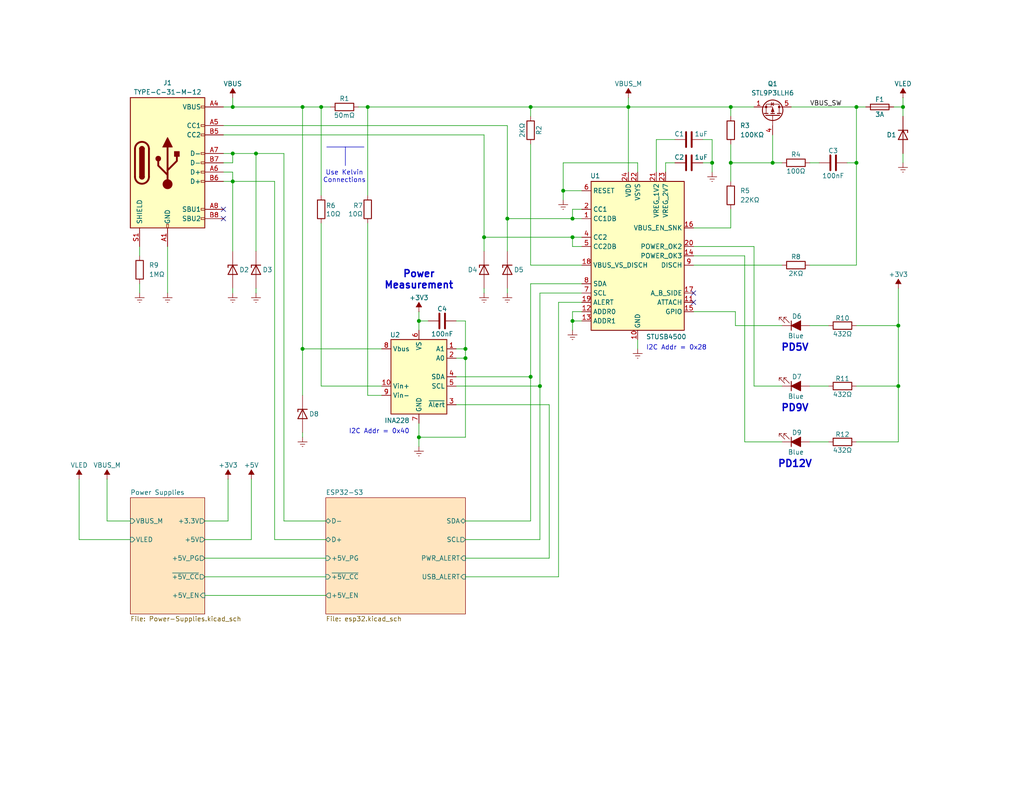
<source format=kicad_sch>
(kicad_sch (version 20250114) (generator "eeschema") (generator_version "9.0")
  (paper "A")
  (title_block (title "ESPHome Parking Assistant") (date "02/20/2025") (rev "B") (company "Mike Lawrence"))
  (lib_symbols
    (symbol "Connector:USB_C_Receptacle_USB2.0_16P" (pin_names (offset 1.016))
      (property "Reference" "J1" (at 0 21.844 0))
      (property "Value" "TYPE-C-31-M-12" (at 0 19.304 0))
      (symbol "USB_C_Receptacle_USB2.0_16P_0_0"
        (rectangle (start -0.254 -17.78) (end 0.254 -16.764))
        (rectangle (start 10.16 15.494) (end 9.144 14.986))
        (rectangle (start 10.16 10.414) (end 9.144 9.906))
        (rectangle (start 10.16 7.874) (end 9.144 7.366))
        (rectangle (start 10.16 2.794) (end 9.144 2.286))
        (rectangle (start 10.16 0.254) (end 9.144 -0.254))
        (rectangle (start 10.16 -2.286) (end 9.144 -2.794))
        (rectangle (start 10.16 -4.826) (end 9.144 -5.334))
        (rectangle (start 10.16 -12.446) (end 9.144 -12.954))
        (rectangle (start 10.16 -14.986) (end 9.144 -15.494))
      )
      (symbol "USB_C_Receptacle_USB2.0_16P_0_1"
        (rectangle (start -10.16 17.78) (end 10.16 -17.78) (stroke (width 0.254)) (fill (type background)))
        (polyline (pts (xy -8.89 -3.81) (xy -8.89 3.81)) (stroke (width 0.508)))
        (rectangle (start -7.62 -3.81) (end -6.35 3.81) (stroke (width 0.254)) (fill (type outline)))
        (arc (start -7.62 3.81) (mid -6.985 4.4423) (end -6.35 3.81) (stroke (width 0.254)))
        (arc (start -7.62 3.81) (mid -6.985 4.4423) (end -6.35 3.81) (stroke (width 0.254)) (fill (type outline)))
        (arc (start -8.89 3.81) (mid -6.985 5.7067) (end -5.08 3.81) (stroke (width 0.508)))
        (arc (start -5.08 -3.81) (mid -6.985 -5.7067) (end -8.89 -3.81) (stroke (width 0.508)))
        (arc (start -6.35 -3.81) (mid -6.985 -4.4423) (end -7.62 -3.81) (stroke (width 0.254)))
        (arc (start -6.35 -3.81) (mid -6.985 -4.4423) (end -7.62 -3.81) (stroke (width 0.254)) (fill (type outline)))
        (polyline (pts (xy -5.08 3.81) (xy -5.08 -3.81)) (stroke (width 0.508)))
        (circle (center -2.54 1.143) (radius 0.635) (stroke (width 0.254)) (fill (type outline)))
        (polyline (pts (xy -1.27 4.318) (xy 0 6.858) (xy 1.27 4.318) (xy -1.27 4.318)) (stroke (width 0.254)) (fill (type outline)))
        (polyline (pts (xy 0 -2.032) (xy 2.54 0.508) (xy 2.54 1.778)) (stroke (width 0.508)))
        (polyline (pts (xy 0 -3.302) (xy -2.54 -0.762) (xy -2.54 0.508)) (stroke (width 0.508)))
        (polyline (pts (xy 0 -5.842) (xy 0 4.318)) (stroke (width 0.508)))
        (circle (center 0 -5.842) (radius 1.27) (fill (type outline)))
        (rectangle (start 1.905 1.778) (end 3.175 3.048) (stroke (width 0.254)) (fill (type outline)))
      )
      (symbol "USB_C_Receptacle_USB2.0_16P_1_1"
        (pin passive line (at -7.62 -22.86 90) (length 5.08) (name "SHIELD") (number "S1"))
        (pin power_out line (at 0 -22.86 90) (length 5.08) (name "GND") (number "A1"))
        (pin passive line (at 0 -22.86 90) (length 5.08) (hide yes) (name "GND") (number "A12"))
        (pin passive line (at 0 -22.86 90) (length 5.08) (hide yes) (name "GND") (number "B1"))
        (pin passive line (at 0 -22.86 90) (length 5.08) (hide yes) (name "GND") (number "B12"))
        (pin power_out line (at 15.24 15.24 180) (length 5.08) (name "VBUS") (number "A4"))
        (pin passive line (at 15.24 15.24 180) (length 5.08) (hide yes) (name "VBUS") (number "A9"))
        (pin passive line (at 15.24 15.24 180) (length 5.08) (hide yes) (name "VBUS") (number "B4"))
        (pin passive line (at 15.24 15.24 180) (length 5.08) (hide yes) (name "VBUS") (number "B9"))
        (pin bidirectional line (at 15.24 10.16 180) (length 5.08) (name "CC1") (number "A5"))
        (pin bidirectional line (at 15.24 7.62 180) (length 5.08) (name "CC2") (number "B5"))
        (pin bidirectional line (at 15.24 2.54 180) (length 5.08) (name "D-") (number "A7"))
        (pin bidirectional line (at 15.24 0 180) (length 5.08) (name "D-") (number "B7"))
        (pin bidirectional line (at 15.24 -2.54 180) (length 5.08) (name "D+") (number "A6"))
        (pin bidirectional line (at 15.24 -5.08 180) (length 5.08) (name "D+") (number "B6"))
        (pin bidirectional line (at 15.24 -12.7 180) (length 5.08) (name "SBU1") (number "A8"))
        (pin bidirectional line (at 15.24 -15.24 180) (length 5.08) (name "SBU2") (number "B8"))
      )
    )
    (symbol "Device:C" (pin_numbers (hide yes)) (pin_names (offset 0.254))
      (property "Reference" "C" (at 0.635 2.54 0))
      (property "Value" "C" (at 0.635 -2.54 0))
      (symbol "C_0_1"
        (polyline (pts (xy -2.032 0.762) (xy 2.032 0.762)) (stroke (width 0.508)))
        (polyline (pts (xy -2.032 -0.762) (xy 2.032 -0.762)) (stroke (width 0.508)))
      )
      (symbol "C_1_1"
        (pin passive line (at 0 3.81 270) (length 2.794) (name "~") (number "1"))
        (pin passive line (at 0 -3.81 90) (length 2.794) (name "~") (number "2"))
      )
    )
    (symbol "Device:Fuse" (pin_numbers (hide yes)) (pin_names (offset 0))
      (property "Reference" "F" (at 2.032 0 90))
      (property "Value" "Fuse" (at -1.905 0 90))
      (symbol "Fuse_0_1"
        (rectangle (start -0.762 -2.54) (end 0.762 2.54) (stroke (width 0.254)))
        (polyline (pts (xy 0 2.54) (xy 0 -2.54)))
      )
      (symbol "Fuse_1_1"
        (pin passive line (at 0 3.81 270) (length 1.27) (name "~") (number "1"))
        (pin passive line (at 0 -3.81 90) (length 1.27) (name "~") (number "2"))
      )
    )
    (symbol "Device:LED_Filled" (pin_numbers (hide yes)) (pin_names (offset 1.016) (hide yes))
      (property "Reference" "D" (at 0 2.54 0))
      (property "Value" "LED_Filled" (at 0 -2.54 0))
      (symbol "LED_Filled_0_1"
        (polyline (pts (xy -3.048 -0.762) (xy -4.572 -2.286) (xy -3.81 -2.286) (xy -4.572 -2.286) (xy -4.572 -1.524)))
        (polyline (pts (xy -1.778 -0.762) (xy -3.302 -2.286) (xy -2.54 -2.286) (xy -3.302 -2.286) (xy -3.302 -1.524)))
        (polyline (pts (xy -1.27 0) (xy 1.27 0)))
        (polyline (pts (xy -1.27 -1.27) (xy -1.27 1.27)) (stroke (width 0.254)))
        (polyline (pts (xy 1.27 -1.27) (xy 1.27 1.27) (xy -1.27 0) (xy 1.27 -1.27)) (stroke (width 0.254)) (fill (type outline)))
      )
      (symbol "LED_Filled_1_1"
        (pin passive line (at -3.81 0 0) (length 2.54) (name "K") (number "1"))
        (pin passive line (at 3.81 0 180) (length 2.54) (name "A") (number "2"))
      )
    )
    (symbol "Device:R" (pin_numbers (hide yes)) (pin_names (offset 0))
      (property "Reference" "R" (at 2.032 0 90))
      (property "Value" "R" (at 0 0 90))
      (symbol "R_0_1"
        (rectangle (start -1.016 -2.54) (end 1.016 2.54) (stroke (width 0.254)))
      )
      (symbol "R_1_1"
        (pin passive line (at 0 3.81 270) (length 1.27) (name "~") (number "1"))
        (pin passive line (at 0 -3.81 90) (length 1.27) (name "~") (number "2"))
      )
    )
    (symbol "ESDA25P35-1U1M:ESDA25P35-1U1M" (pin_numbers (hide yes)) (pin_names (offset 1.016))
      (property "Reference" "D" (at -5.0835 2.4159 0))
      (property "Value" "ESDA25P35-1U1M" (at -5.0854 -4.9611 0))
      (symbol "ESDA25P35-1U1M_0_0"
        (polyline (pts (xy -1.27 0) (xy -1.27 1.27)) (stroke (width 0.254)))
        (polyline (pts (xy -1.27 0) (xy 1.27 -1.27)) (stroke (width 0.254)))
        (polyline (pts (xy -1.27 -1.27) (xy -1.27 0)) (stroke (width 0.254)))
        (polyline (pts (xy -0.635 -1.27) (xy -1.27 -1.27)) (stroke (width 0.254)))
        (polyline (pts (xy 1.27 1.27) (xy -1.27 0)) (stroke (width 0.254)))
        (polyline (pts (xy 1.27 -1.27) (xy 1.27 1.27)) (stroke (width 0.254)))
        (pin passive line (at -5.08 0 0) (length 5.08) (name "~") (number "C"))
        (pin passive line (at 5.08 0 180) (length 5.08) (name "~") (number "A"))
      )
    )
    (symbol "Interface_USB:STUSB4500QTR"
      (property "Reference" "U4" (at -12.954 21.844 0))
      (property "Value" "STUSB4500" (at 2.286 -22.098 0))
      (symbol "STUSB4500QTR_0_1"
        (rectangle (start -12.7 20.32) (end 12.7 -20.32) (stroke (width 0.254)) (fill (type background)))
      )
      (symbol "STUSB4500QTR_1_1"
        (pin input line (at -15.24 17.78 0) (length 2.54) (name "RESET") (number "6"))
        (pin bidirectional line (at -15.24 12.7 0) (length 2.54) (name "CC1") (number "2"))
        (pin bidirectional line (at -15.24 10.16 0) (length 2.54) (name "CC1DB") (number "1"))
        (pin bidirectional line (at -15.24 5.08 0) (length 2.54) (name "CC2") (number "4"))
        (pin bidirectional line (at -15.24 2.54 0) (length 2.54) (name "CC2DB") (number "5"))
        (pin input line (at -15.24 -2.54 0) (length 2.54) (name "VBUS_VS_DISCH") (number "18"))
        (pin bidirectional line (at -15.24 -7.62 0) (length 2.54) (name "SDA") (number "8"))
        (pin input line (at -15.24 -10.16 0) (length 2.54) (name "SCL") (number "7"))
        (pin open_collector line (at -15.24 -12.7 0) (length 2.54) (name "ALERT") (number "19"))
        (pin input line (at -15.24 -15.24 0) (length 2.54) (name "ADDR0") (number "12"))
        (pin input line (at -15.24 -17.78 0) (length 2.54) (name "ADDR1") (number "13"))
        (pin no_connect line (at -12.7 15.24 0) (length 2.54) (hide yes) (name "NC") (number "3"))
        (pin power_in line (at -2.54 22.86 270) (length 2.54) (name "VDD") (number "24"))
        (pin power_in line (at 0 22.86 270) (length 2.54) (name "VSYS") (number "22"))
        (pin power_in line (at 0 -22.86 90) (length 2.54) (name "GND") (number "10"))
        (pin passive line (at 0 -22.86 90) (length 2.54) (hide yes) (name "GND") (number "25"))
        (pin power_out line (at 5.08 22.86 270) (length 2.54) (name "VREG_1V2") (number "21"))
        (pin power_out line (at 7.62 22.86 270) (length 2.54) (name "VREG_2V7") (number "23"))
        (pin open_collector line (at 15.24 7.62 180) (length 2.54) (name "VBUS_EN_SNK") (number "16"))
        (pin open_collector line (at 15.24 2.54 180) (length 2.54) (name "POWER_OK2") (number "20"))
        (pin open_collector line (at 15.24 0 180) (length 2.54) (name "POWER_OK3") (number "14"))
        (pin bidirectional line (at 15.24 -2.54 180) (length 2.54) (name "DISCH") (number "9"))
        (pin open_collector line (at 15.24 -10.16 180) (length 2.54) (name "A_B_SIDE") (number "17"))
        (pin open_collector line (at 15.24 -12.7 180) (length 2.54) (name "ATTACH") (number "11"))
        (pin open_collector line (at 15.24 -15.24 180) (length 2.54) (name "GPIO") (number "15"))
      )
    )
    (symbol "Sensor_Energy:INA228"
      (property "Reference" "U" (at -6.35 11.43 0))
      (property "Value" "INA228" (at 3.81 11.43 0))
      (symbol "INA228_0_1"
        (rectangle (start 7.62 10.16) (end -7.62 -10.16) (stroke (width 0.254)) (fill (type background)))
      )
      (symbol "INA228_1_1"
        (pin input line (at -10.16 7.62 0) (length 2.54) (name "Vbus") (number "8"))
        (pin input line (at -10.16 -2.54 0) (length 2.54) (name "Vin+") (number "10"))
        (pin input line (at -10.16 -5.08 0) (length 2.54) (name "Vin-") (number "9"))
        (pin power_in line (at 0 12.7 270) (length 2.54) (name "VS") (number "6"))
        (pin power_in line (at 0 -12.7 90) (length 2.54) (name "GND") (number "7"))
        (pin input line (at 10.16 7.62 180) (length 2.54) (name "A1") (number "1"))
        (pin input line (at 10.16 5.08 180) (length 2.54) (name "A0") (number "2"))
        (pin bidirectional line (at 10.16 0 180) (length 2.54) (name "SDA") (number "4"))
        (pin input line (at 10.16 -2.54 180) (length 2.54) (name "SCL") (number "5"))
        (pin open_collector line (at 10.16 -7.62 180) (length 2.54) (name "~{Alert}") (number "3"))
      )
    )
    (symbol "Transistor_FET:IRF7404" (pin_names (hide yes))
      (property "Reference" "Q1" (at 8.89 0 90))
      (property "Value" "STL9P3LLH6" (at 6.35 0 90))
      (symbol "IRF7404_0_1"
        (polyline (pts (xy 0.254 1.905) (xy 0.254 -1.905)) (stroke (width 0.254)))
        (polyline (pts (xy 0.254 0) (xy -2.54 0)))
        (polyline (pts (xy 0.762 2.286) (xy 0.762 1.27)) (stroke (width 0.254)))
        (polyline (pts (xy 0.762 1.778) (xy 3.302 1.778) (xy 3.302 -1.778) (xy 0.762 -1.778)))
        (polyline (pts (xy 0.762 0.508) (xy 0.762 -0.508)) (stroke (width 0.254)))
        (polyline (pts (xy 0.762 -1.27) (xy 0.762 -2.286)) (stroke (width 0.254)))
        (circle (center 1.651 0) (radius 2.794) (stroke (width 0.254)))
        (polyline (pts (xy 2.286 0) (xy 1.27 0.381) (xy 1.27 -0.381) (xy 2.286 0)) (fill (type outline)))
        (polyline (pts (xy 2.54 2.54) (xy 2.54 1.778)))
        (circle (center 2.54 1.778) (radius 0.254) (fill (type outline)))
        (circle (center 2.54 -1.778) (radius 0.254) (fill (type outline)))
        (polyline (pts (xy 2.54 -2.54) (xy 2.54 0) (xy 0.762 0)))
        (polyline (pts (xy 2.794 -0.508) (xy 2.921 -0.381) (xy 3.683 -0.381) (xy 3.81 -0.254)))
        (polyline (pts (xy 3.302 -0.381) (xy 2.921 0.254) (xy 3.683 0.254) (xy 3.302 -0.381)))
      )
      (symbol "IRF7404_1_1"
        (pin passive line (at -5.08 0 0) (length 2.54) (name "G") (number "4"))
        (pin passive line (at 2.54 5.08 270) (length 2.54) (name "D") (number "5"))
        (pin passive line (at 2.54 -5.08 90) (length 2.54) (name "S") (number "1"))
        (pin passive line (at 2.54 -5.08 90) (length 2.54) (hide yes) (name "S") (number "2"))
        (pin passive line (at 2.54 -5.08 90) (length 2.54) (hide yes) (name "S") (number "3"))
      )
    )
    (symbol "power-ML:GND" (power) (pin_names (offset 0))
      (symbol "GND_0_1"
        (polyline (pts (xy -0.635 -1.905) (xy 0.635 -1.905)))
        (polyline (pts (xy -0.127 -2.54) (xy 0.127 -2.54)))
        (polyline (pts (xy 0 -1.27) (xy 0 0)))
        (polyline (pts (xy 1.27 -1.27) (xy -1.27 -1.27)))
      )
      (symbol "GND_1_1"
        (pin power_in line (at 0 0 270) (length 0) (hide yes) (name "GND") (number "1"))
      )
    )
    (symbol "power:VS" (power) (pin_numbers (hide yes)) (pin_names (offset 0) (hide yes))
      (property "Value" "VS" (at 0 3.556 0))
      (symbol "VS_0_1"
        (polyline (pts (xy 0 0) (xy 0 2.54)))
        (polyline (pts (xy 0.762 1.27) (xy -0.762 1.27) (xy 0 2.54) (xy 0.762 1.27)) (fill (type outline)))
      )
      (symbol "VS_1_1"
        (pin power_in line (at 0 0 90) (length 0) (name "~") (number "1"))
      )
    )
  )
  (text "PD9V" (at 216.916 111.506 0) (effects (font (size 1.905 1.905) (thickness 0.381) (bold yes))))
  (text "I2C Addr = 0x40" (at 111.76 117.856 0) (effects (font (size 1.27 1.27) (thickness 0.1588)) (justify right)))
  (text "Use Kelvin\nConnections" (at 93.98 48.26 0) (effects (font (size 1.27 1.27))))
  (text "PD5V" (at 216.916 94.996 0) (effects (font (size 1.905 1.905) (thickness 0.381) (bold yes))))
  (text "PD12V" (at 216.916 126.746 0) (effects (font (size 1.905 1.905) (thickness 0.381) (bold yes))))
  (text "Power\nMeasurement" (at 114.3 76.454 0) (effects (font (size 1.905 1.905) (thickness 0.381) (bold yes))))
  (text "I2C Addr = 0x28" (at 176.276 94.996 0) (effects (font (size 1.27 1.27) (thickness 0.1588)) (justify left)))
  (junction (at 210.82 44.45))
  (junction (at 144.78 102.87))
  (junction (at 153.67 52.07))
  (junction (at 138.43 59.69))
  (junction (at 114.3 87.63))
  (junction (at 132.08 64.77))
  (junction (at 69.85 41.91))
  (junction (at 87.63 29.21))
  (junction (at 147.32 105.41))
  (junction (at 82.55 95.25))
  (junction (at 156.21 64.77))
  (junction (at 127 97.79))
  (junction (at 144.78 29.21))
  (junction (at 233.68 44.45))
  (junction (at 246.38 29.21))
  (junction (at 156.21 59.69))
  (junction (at 245.11 88.9))
  (junction (at 127 95.25))
  (junction (at 245.11 105.41))
  (junction (at 63.5 41.91))
  (junction (at 233.68 29.21))
  (junction (at 171.45 29.21))
  (junction (at 100.33 29.21))
  (junction (at 199.39 44.45))
  (junction (at 63.5 29.21))
  (junction (at 63.5 49.53))
  (junction (at 156.21 87.63))
  (junction (at 82.55 29.21))
  (junction (at 114.3 119.38))
  (junction (at 194.31 44.45))
  (junction (at 199.39 29.21))
  (no_connect (at 189.23 82.55))
  (no_connect (at 60.96 57.15))
  (no_connect (at 189.23 80.01))
  (no_connect (at 60.96 59.69))
  (wire (pts (xy 205.74 67.31) (xy 205.74 105.41)))
  (wire (pts (xy 114.3 119.38) (xy 114.3 121.92)))
  (wire (pts (xy 132.08 64.77) (xy 156.21 64.77)))
  (wire (pts (xy 156.21 59.69) (xy 158.75 59.69)))
  (wire (pts (xy 114.3 87.63) (xy 114.3 90.17)))
  (wire (pts (xy 245.11 78.74) (xy 245.11 88.9)))
  (wire (pts (xy 156.21 87.63) (xy 156.21 90.17)))
  (wire (pts (xy 60.96 29.21) (xy 63.5 29.21)))
  (wire (pts (xy 82.55 118.11) (xy 82.55 119.38)))
  (wire (pts (xy 153.67 52.07) (xy 158.75 52.07)))
  (wire (pts (xy 38.1 67.31) (xy 38.1 69.85)))
  (wire (pts (xy 181.61 44.45) (xy 184.15 44.45)))
  (wire (pts (xy 179.07 38.1) (xy 179.07 46.99)))
  (wire (pts (xy 38.1 77.47) (xy 38.1 80.01)))
  (wire (pts (xy 87.63 29.21) (xy 90.17 29.21)))
  (wire (pts (xy 87.63 53.34) (xy 87.63 29.21)))
  (wire (pts (xy 233.68 105.41) (xy 245.11 105.41)))
  (wire (pts (xy 243.84 29.21) (xy 246.38 29.21)))
  (wire (pts (xy 156.21 87.63) (xy 158.75 87.63)))
  (wire (pts (xy 246.38 41.91) (xy 246.38 44.45)))
  (wire (pts (xy 147.32 80.01) (xy 158.75 80.01)))
  (wire (pts (xy 203.2 120.65) (xy 213.36 120.65)))
  (wire (pts (xy 55.88 142.24) (xy 62.23 142.24)))
  (wire (pts (xy 124.46 97.79) (xy 127 97.79)))
  (wire (pts (xy 97.79 29.21) (xy 100.33 29.21)))
  (wire (pts (xy 138.43 34.29) (xy 138.43 59.69)))
  (wire (pts (xy 189.23 62.23) (xy 199.39 62.23)))
  (wire (pts (xy 124.46 102.87) (xy 144.78 102.87)))
  (wire (pts (xy 205.74 67.31) (xy 189.23 67.31)))
  (wire (pts (xy 156.21 85.09) (xy 156.21 87.63)))
  (wire (pts (xy 35.56 147.32) (xy 21.59 147.32)))
  (wire (pts (xy 100.33 107.95) (xy 100.33 60.96)))
  (wire (pts (xy 194.31 44.45) (xy 194.31 38.1)))
  (wire (pts (xy 138.43 59.69) (xy 156.21 59.69)))
  (wire (pts (xy 69.85 78.74) (xy 69.85 80.01)))
  (wire (pts (xy 147.32 80.01) (xy 147.32 105.41)))
  (wire (pts (xy 127 87.63) (xy 127 95.25)))
  (wire (pts (xy 82.55 95.25) (xy 104.14 95.25)))
  (wire (pts (xy 82.55 95.25) (xy 82.55 107.95)))
  (wire (pts (xy 60.96 46.99) (xy 63.5 46.99)))
  (wire (pts (xy 144.78 39.37) (xy 144.78 72.39)))
  (wire (pts (xy 220.98 44.45) (xy 223.52 44.45)))
  (wire (pts (xy 226.06 88.9) (xy 220.98 88.9)))
  (wire (pts (xy 233.68 29.21) (xy 236.22 29.21)))
  (wire (pts (xy 55.88 162.56) (xy 88.9 162.56)))
  (wire (pts (xy 231.14 44.45) (xy 233.68 44.45)))
  (wire (pts (xy 60.96 36.83) (xy 132.08 36.83)))
  (wire (pts (xy 127 119.38) (xy 127 97.79)))
  (wire (pts (xy 60.96 34.29) (xy 138.43 34.29)))
  (wire (pts (xy 55.88 157.48) (xy 88.9 157.48)))
  (wire (pts (xy 181.61 46.99) (xy 181.61 44.45)))
  (wire (pts (xy 158.75 64.77) (xy 156.21 64.77)))
  (wire (pts (xy 173.99 44.45) (xy 153.67 44.45)))
  (wire (pts (xy 158.75 57.15) (xy 156.21 57.15)))
  (wire (pts (xy 199.39 62.23) (xy 199.39 57.15)))
  (wire (pts (xy 171.45 29.21) (xy 144.78 29.21)))
  (wire (pts (xy 74.93 147.32) (xy 74.93 49.53)))
  (wire (pts (xy 55.88 147.32) (xy 68.58 147.32)))
  (wire (pts (xy 69.85 68.58) (xy 69.85 41.91)))
  (wire (pts (xy 82.55 29.21) (xy 87.63 29.21)))
  (wire (pts (xy 60.96 44.45) (xy 63.5 44.45)))
  (wire (pts (xy 88.9 142.24) (xy 77.47 142.24)))
  (wire (pts (xy 124.46 95.25) (xy 127 95.25)))
  (wire (pts (xy 132.08 78.74) (xy 132.08 80.01)))
  (wire (pts (xy 132.08 36.83) (xy 132.08 64.77)))
  (wire (pts (xy 245.11 88.9) (xy 245.11 105.41)))
  (wire (pts (xy 156.21 67.31) (xy 158.75 67.31)))
  (wire (pts (xy 114.3 119.38) (xy 127 119.38)))
  (wire (pts (xy 189.23 72.39) (xy 213.36 72.39)))
  (polyline (pts (xy 94.234 45.212) (xy 94.234 40.132)))
  (wire (pts (xy 189.23 69.85) (xy 203.2 69.85)))
  (wire (pts (xy 138.43 59.69) (xy 138.43 68.58)))
  (wire (pts (xy 69.85 41.91) (xy 77.47 41.91)))
  (wire (pts (xy 153.67 52.07) (xy 153.67 54.61)))
  (wire (pts (xy 156.21 57.15) (xy 156.21 59.69)))
  (wire (pts (xy 200.66 88.9) (xy 213.36 88.9)))
  (wire (pts (xy 100.33 53.34) (xy 100.33 29.21)))
  (wire (pts (xy 215.9 29.21) (xy 233.68 29.21)))
  (wire (pts (xy 35.56 142.24) (xy 29.21 142.24)))
  (wire (pts (xy 114.3 85.09) (xy 114.3 87.63)))
  (wire (pts (xy 149.86 152.4) (xy 127 152.4)))
  (wire (pts (xy 124.46 87.63) (xy 127 87.63)))
  (wire (pts (xy 246.38 26.67) (xy 246.38 29.21)))
  (wire (pts (xy 127 147.32) (xy 147.32 147.32)))
  (wire (pts (xy 152.4 82.55) (xy 152.4 157.48)))
  (wire (pts (xy 158.75 85.09) (xy 156.21 85.09)))
  (wire (pts (xy 205.74 105.41) (xy 213.36 105.41)))
  (wire (pts (xy 184.15 38.1) (xy 179.07 38.1)))
  (wire (pts (xy 124.46 110.49) (xy 149.86 110.49)))
  (wire (pts (xy 127 95.25) (xy 127 97.79)))
  (wire (pts (xy 194.31 38.1) (xy 191.77 38.1)))
  (wire (pts (xy 63.5 46.99) (xy 63.5 49.53)))
  (wire (pts (xy 63.5 29.21) (xy 82.55 29.21)))
  (wire (pts (xy 233.68 120.65) (xy 245.11 120.65)))
  (wire (pts (xy 226.06 105.41) (xy 220.98 105.41)))
  (wire (pts (xy 210.82 44.45) (xy 213.36 44.45)))
  (wire (pts (xy 114.3 115.57) (xy 114.3 119.38)))
  (wire (pts (xy 226.06 120.65) (xy 220.98 120.65)))
  (wire (pts (xy 144.78 72.39) (xy 158.75 72.39)))
  (wire (pts (xy 149.86 110.49) (xy 149.86 152.4)))
  (wire (pts (xy 144.78 29.21) (xy 144.78 31.75)))
  (wire (pts (xy 147.32 105.41) (xy 147.32 147.32)))
  (wire (pts (xy 220.98 72.39) (xy 233.68 72.39)))
  (wire (pts (xy 152.4 157.48) (xy 127 157.48)))
  (wire (pts (xy 45.72 67.31) (xy 45.72 80.01)))
  (wire (pts (xy 100.33 29.21) (xy 144.78 29.21)))
  (wire (pts (xy 138.43 78.74) (xy 138.43 80.01)))
  (wire (pts (xy 153.67 44.45) (xy 153.67 52.07)))
  (wire (pts (xy 203.2 69.85) (xy 203.2 120.65)))
  (wire (pts (xy 200.66 85.09) (xy 200.66 88.9)))
  (wire (pts (xy 63.5 78.74) (xy 63.5 80.01)))
  (wire (pts (xy 87.63 105.41) (xy 87.63 60.96)))
  (wire (pts (xy 127 142.24) (xy 144.78 142.24)))
  (wire (pts (xy 104.14 105.41) (xy 87.63 105.41)))
  (wire (pts (xy 63.5 41.91) (xy 63.5 44.45)))
  (wire (pts (xy 194.31 44.45) (xy 194.31 46.99)))
  (wire (pts (xy 88.9 147.32) (xy 74.93 147.32)))
  (wire (pts (xy 210.82 36.83) (xy 210.82 44.45)))
  (wire (pts (xy 233.68 29.21) (xy 233.68 44.45)))
  (wire (pts (xy 60.96 49.53) (xy 63.5 49.53)))
  (wire (pts (xy 173.99 46.99) (xy 173.99 44.45)))
  (wire (pts (xy 233.68 44.45) (xy 233.68 72.39)))
  (wire (pts (xy 62.23 142.24) (xy 62.23 130.81)))
  (polyline (pts (xy 94.234 40.132) (xy 99.314 40.132)))
  (wire (pts (xy 233.68 88.9) (xy 245.11 88.9)))
  (wire (pts (xy 152.4 82.55) (xy 158.75 82.55)))
  (wire (pts (xy 173.99 92.71) (xy 173.99 95.25)))
  (wire (pts (xy 116.84 87.63) (xy 114.3 87.63)))
  (wire (pts (xy 144.78 102.87) (xy 144.78 142.24)))
  (wire (pts (xy 171.45 46.99) (xy 171.45 29.21)))
  (polyline (pts (xy 89.154 40.132) (xy 94.234 40.132)))
  (wire (pts (xy 124.46 105.41) (xy 147.32 105.41)))
  (wire (pts (xy 63.5 49.53) (xy 74.93 49.53)))
  (wire (pts (xy 156.21 64.77) (xy 156.21 67.31)))
  (wire (pts (xy 246.38 31.75) (xy 246.38 29.21)))
  (wire (pts (xy 191.77 44.45) (xy 194.31 44.45)))
  (wire (pts (xy 63.5 49.53) (xy 63.5 68.58)))
  (wire (pts (xy 68.58 130.81) (xy 68.58 147.32)))
  (wire (pts (xy 82.55 29.21) (xy 82.55 95.25)))
  (wire (pts (xy 199.39 44.45) (xy 199.39 49.53)))
  (wire (pts (xy 144.78 77.47) (xy 144.78 102.87)))
  (wire (pts (xy 171.45 29.21) (xy 199.39 29.21)))
  (wire (pts (xy 21.59 130.81) (xy 21.59 147.32)))
  (wire (pts (xy 144.78 77.47) (xy 158.75 77.47)))
  (wire (pts (xy 104.14 107.95) (xy 100.33 107.95)))
  (wire (pts (xy 245.11 120.65) (xy 245.11 105.41)))
  (wire (pts (xy 55.88 152.4) (xy 88.9 152.4)))
  (wire (pts (xy 189.23 85.09) (xy 200.66 85.09)))
  (wire (pts (xy 199.39 39.37) (xy 199.39 44.45)))
  (wire (pts (xy 63.5 26.67) (xy 63.5 29.21)))
  (wire (pts (xy 77.47 41.91) (xy 77.47 142.24)))
  (wire (pts (xy 171.45 26.67) (xy 171.45 29.21)))
  (wire (pts (xy 199.39 29.21) (xy 205.74 29.21)))
  (wire (pts (xy 69.85 41.91) (xy 63.5 41.91)))
  (wire (pts (xy 132.08 64.77) (xy 132.08 68.58)))
  (wire (pts (xy 29.21 130.81) (xy 29.21 142.24)))
  (wire (pts (xy 199.39 29.21) (xy 199.39 31.75)))
  (wire (pts (xy 199.39 44.45) (xy 210.82 44.45)))
  (wire (pts (xy 60.96 41.91) (xy 63.5 41.91)))
  (label "VBUS_SW" (at 220.98 29.21 0))
  (symbol (lib_id "power-ML:GND") (at 194.31 46.99 0) (unit 1)
    (property "Reference" "#PWR05" (effects (hide yes)))
    (property "Value" "GND" (effects (hide yes)))
  )
  (symbol (lib_id "power-ML:GND") (at 45.72 80.01 0) (unit 1)
    (property "Reference" "#PWR09" (effects (hide yes)))
    (property "Value" "GND" (effects (hide yes)))
  )
  (symbol (lib_id "power:VS") (at 245.11 78.74 0) (unit 1)
    (property "Reference" "#PWR07" (effects (hide yes)))
    (property "Value" "+3V3" (at 245.11 74.93 0))
    (property "Description" "Power symbol creates a global label with name \"VS\"" (effects (hide yes)))
  )
  (symbol (lib_id "Device:R") (at 217.17 44.45 90) (mirror x) (unit 1)
    (property "Reference" "R4" (at 217.17 42.164 90))
    (property "Value" "100Ω" (at 217.17 46.736 90))
    (property "Footprint" "Resistor_SMD:R_0402_1005Metric" (effects (hide yes)))
    (property "Description" "Resistor, 100Ω, 62.5mW, 1%, 0402" (effects (hide yes)))
    (property "Package" "0402" (effects (hide yes)))
    (property "Comment" "100 Resistor" (effects (hide yes)))
    (property "LCSC" "C25076" (effects (hide yes)))
  )
  (symbol (lib_id "Device:R") (at 87.63 57.15 0) (unit 1)
    (property "Reference" "R6" (at 88.9 56.134 0) (effects (justify left)))
    (property "Value" "10Ω" (at 88.9 58.42 0) (effects (justify left)))
    (property "Footprint" "Resistor_SMD:R_0402_1005Metric" (effects (hide yes)))
    (property "Description" "Resistor, 10Ω, 62.5mW, 1%, 0402" (effects (hide yes)))
    (property "Package" "0402" (effects (hide yes)))
    (property "Comment" "10R Resistor" (effects (hide yes)))
    (property "LCSC" "C25077" (effects (hide yes)))
  )
  (symbol (lib_id "Device:R") (at 100.33 57.15 0) (mirror y) (unit 1)
    (property "Reference" "R7" (at 99.06 56.134 0) (effects (justify left)))
    (property "Value" "10Ω" (at 99.06 58.42 0) (effects (justify left)))
    (property "Footprint" "Resistor_SMD:R_0402_1005Metric" (effects (hide yes)))
    (property "Description" "Resistor, 10Ω, 62.5mW, 1%, 0402" (effects (hide yes)))
    (property "Package" "0402" (effects (hide yes)))
    (property "Comment" "10R Resistor" (effects (hide yes)))
    (property "LCSC" "C25077" (effects (hide yes)))
  )
  (symbol (lib_id "Device:R") (at 229.87 105.41 90) (unit 1)
    (property "Reference" "R11" (at 229.87 103.378 90))
    (property "Value" "432Ω" (at 229.87 107.696 90))
    (property "Footprint" "Resistor_SMD:R_0402_1005Metric" (effects (hide yes)))
    (property "Description" "Resistor, 432Ω, 62.5mW, 1%, 0402" (effects (hide yes)))
    (property "Package" "0402" (effects (hide yes)))
    (property "Comment" "432R Resistor" (effects (hide yes)))
    (property "LCSC" "C25113" (effects (hide yes)))
  )
  (symbol (lib_id "power-ML:GND") (at 69.85 80.01 0) (unit 1)
    (property "Reference" "#PWR011" (effects (hide yes)))
    (property "Value" "GND" (effects (hide yes)))
  )
  (symbol (lib_id "power-ML:GND") (at 114.3 121.92 0) (mirror y) (unit 1)
    (property "Reference" "#PWR018" (effects (hide yes)))
    (property "Value" "GND" (effects (hide yes)))
  )
  (symbol (lib_id "ESDA25P35-1U1M:ESDA25P35-1U1M") (at 63.5 73.66 270) (unit 1)
    (property "Reference" "D2" (at 65.278 73.66 90) (effects (justify left)))
    (property "Value" "ESDA7P60-1U1M" (effects (hide yes)))
    (property "Footprint" "ESDA25P35-1U1M:TVS_ESDA25P35-1U1M" (effects (hide yes)))
    (property "Datasheet" "https://www.st.com/resource/en/datasheet/esda25p35-1u1m.pdf" (effects (hide yes)))
    (property "Description" "TVS, Unidirectional high power, QFN-2" (effects (hide yes)))
    (property "Manufacturer" "STMicroelectronics" (effects (hide yes)))
    (property "Part Number" "ESDA7P60-1U1M" (effects (hide yes)))
    (property "Package" "DFN1610-2" (effects (hide yes)))
    (property "Comment" "ESDA7P60-1U1M" (effects (hide yes)))
    (property "LCSC" "C1975146" (effects (hide yes)))
  )
  (symbol (lib_id "power:VS") (at 114.3 85.09 0) (mirror y) (unit 1)
    (property "Reference" "#PWR014" (effects (hide yes)))
    (property "Value" "+3V3" (at 114.3 81.28 0))
    (property "Description" "Power symbol creates a global label with name \"VS\"" (effects (hide yes)))
  )
  (symbol (lib_id "Device:R") (at 144.78 35.56 0) (mirror y) (unit 1)
    (property "Reference" "R2" (at 147.066 35.56 90))
    (property "Value" "2KΩ" (at 142.494 35.56 90))
    (property "Footprint" "Resistor_SMD:R_0402_1005Metric" (effects (hide yes)))
    (property "Description" "Resistor, 2KΩ, 62.5mW, 1%, 0402" (effects (hide yes)))
    (property "Package" "0402" (effects (hide yes)))
    (property "Comment" "2K Resistor" (effects (hide yes)))
    (property "LCSC" "C4109" (effects (hide yes)))
  )
  (symbol (lib_id "power-ML:GND") (at 38.1 80.01 0) (unit 1)
    (property "Reference" "#PWR08" (effects (hide yes)))
    (property "Value" "GND" (effects (hide yes)))
  )
  (symbol (lib_id "power-ML:GND") (at 153.67 54.61 0) (unit 1)
    (property "Reference" "#PWR06" (effects (hide yes)))
    (property "Value" "GND" (effects (hide yes)))
  )
  (symbol (lib_id "power-ML:GND") (at 63.5 80.01 0) (unit 1)
    (property "Reference" "#PWR010" (effects (hide yes)))
    (property "Value" "GND" (effects (hide yes)))
  )
  (symbol (lib_id "ESDA25P35-1U1M:ESDA25P35-1U1M") (at 132.08 73.66 270) (unit 1)
    (property "Reference" "D4" (at 130.302 73.66 90) (effects (justify right)))
    (property "Value" "ESDA25P35-1U1M" (effects (hide yes)))
    (property "Footprint" "ESDA25P35-1U1M:TVS_ESDA25P35-1U1M" (effects (hide yes)))
    (property "Datasheet" "https://www.st.com/resource/en/datasheet/esda25p35-1u1m.pdf" (effects (hide yes)))
    (property "Description" "TVS, Unidirectional high power, QFN-2" (effects (hide yes)))
    (property "Manufacturer" "STMicroelectronics" (effects (hide yes)))
    (property "Part Number" "ESDA25P35-1U1M" (effects (hide yes)))
    (property "Package" "DFN1610-2" (effects (hide yes)))
    (property "Comment" "ESDA25P35-1U1M" (effects (hide yes)))
    (property "LCSC" "C1974707" (effects (hide yes)))
  )
  (symbol (lib_id "power:VS") (at 246.38 26.67 0) (unit 1)
    (property "Reference" "#PWR03" (effects (hide yes)))
    (property "Value" "VLED" (at 246.38 22.86 0))
    (property "Description" "Power symbol creates a global label with name \"VS\"" (effects (hide yes)))
  )
  (symbol (lib_id "Device:R") (at 229.87 120.65 90) (unit 1)
    (property "Reference" "R12" (at 229.87 118.618 90))
    (property "Value" "432Ω" (at 229.87 122.936 90))
    (property "Footprint" "Resistor_SMD:R_0402_1005Metric" (effects (hide yes)))
    (property "Description" "Resistor, 432Ω, 62.5mW, 1%, 0402" (effects (hide yes)))
    (property "Package" "0402" (effects (hide yes)))
    (property "Comment" "432R Resistor" (effects (hide yes)))
    (property "LCSC" "C25113" (effects (hide yes)))
  )
  (symbol (lib_id "Device:LED_Filled") (at 217.17 88.9 0) (mirror x) (unit 1)
    (property "Reference" "D6" (at 217.424 86.36 0))
    (property "Value" "Blue" (at 217.17 91.694 0))
    (property "Footprint" "LED_SMD:LED_0603_1608Metric" (effects (hide yes)))
    (property "Description" "LED, Blue, 0603" (effects (hide yes)))
    (property "Part Number" "F.0603.00026/P2-0603B1TS2-06T-001 " (effects (hide yes)))
    (property "Package" "0603" (effects (hide yes)))
    (property "Comment" "LED, Blue, 0603" (effects (hide yes)))
    (property "Manufacturer" "Tuozhan" (effects (hide yes)))
    (property "LCSC" "C7496819" (effects (hide yes)))
  )
  (symbol (lib_id "Connector:USB_C_Receptacle_USB2.0_16P") (at 45.72 44.45 0) (unit 1)
    (property "Reference" "J1" (at 45.72 22.606 0))
    (property "Value" "TYPE-C-31-M-12" (at 45.72 25.146 0))
    (property "Footprint" "Connector_USB:USB_C_Receptacle_HRO_TYPE-C-31-M-12" (effects (hide yes)))
    (property "Datasheet" "https://www.usb.org/sites/default/files/documents/usb_type-c.zip" (effects (hide yes)))
    (property "Description" "Connector, USB 2.0, 16P, Type-C, Receptacle" (effects (hide yes)))
    (property "Manufacturer" "HRO" (effects (hide yes)))
    (property "Part Number" "TYPE-C-31-M-12" (effects (hide yes)))
    (property "Package" "SMD" (effects (hide yes)))
    (property "Comment" "TYPE-C-31-M-12" (effects (hide yes)))
    (property "LCSC" "C165948" (effects (hide yes)))
    (property "FT Position Offset" "0, 1.4605" (effects (hide yes)))
  )
  (symbol (lib_id "power:VS") (at 29.21 130.81 0) (unit 1)
    (property "Reference" "#PWR020" (effects (hide yes)))
    (property "Value" "VBUS_M" (at 29.21 127 0))
    (property "Description" "Power symbol creates a global label with name \"VS\"" (effects (hide yes)))
  )
  (symbol (lib_id "power-ML:GND") (at 173.99 95.25 0) (unit 1)
    (property "Reference" "#PWR016" (effects (hide yes)))
    (property "Value" "GND" (effects (hide yes)))
  )
  (symbol (lib_id "Device:C") (at 120.65 87.63 270) (mirror x) (unit 1)
    (property "Reference" "C4" (at 120.65 84.328 90))
    (property "Value" "100nF" (at 120.65 91.186 90))
    (property "Footprint" "Capacitor_SMD:C_0402_1005Metric" (effects (hide yes)))
    (property "Description" "Capacitor, 100nF, MLCC, 50V, X7R, 0402" (effects (hide yes)))
    (property "Manufacturer" "Samsung" (effects (hide yes)))
    (property "Part Number" "CL05B104KB54PNC" (effects (hide yes)))
    (property "Package" "0402" (effects (hide yes)))
    (property "Comment" "50V 100nF X7R 10% 0402 MLCC" (effects (hide yes)))
    (property "LCSC" "C307331" (effects (hide yes)))
  )
  (symbol (lib_id "Device:C") (at 187.96 38.1 270) (unit 1)
    (property "Reference" "C1" (at 186.69 36.576 90) (effects (justify right)))
    (property "Value" "1uF" (at 189.484 36.576 90) (effects (justify left)))
    (property "Footprint" "Capacitor_SMD:C_0603_1608Metric" (effects (hide yes)))
    (property "Description" "Capacitor, 1uF, MLCC, 50V, X5R, 10%, 0603" (effects (hide yes)))
    (property "Package" "0603" (effects (hide yes)))
    (property "Comment" "50V 1uF X5R 10% 0603 MLCC" (effects (hide yes)))
    (property "Manufacturer" "Samsung" (effects (hide yes)))
    (property "Part Number" "CL10A105KB8NNNC" (effects (hide yes)))
    (property "ESR" "11mΩ" (effects (hide yes)))
    (property "LCSC" "C15849" (effects (hide yes)))
  )
  (symbol (lib_id "Device:LED_Filled") (at 217.17 120.65 0) (mirror x) (unit 1)
    (property "Reference" "D9" (at 217.424 118.11 0))
    (property "Value" "Blue" (at 217.17 123.444 0))
    (property "Footprint" "LED_SMD:LED_0603_1608Metric" (effects (hide yes)))
    (property "Description" "LED, Blue, 0603" (effects (hide yes)))
    (property "Part Number" "F.0603.00026/P2-0603B1TS2-06T-001 " (effects (hide yes)))
    (property "Package" "0603" (effects (hide yes)))
    (property "Comment" "LED, Blue, 0603" (effects (hide yes)))
    (property "Manufacturer" "Tuozhan" (effects (hide yes)))
    (property "LCSC" "C7496819" (effects (hide yes)))
  )
  (symbol (lib_id "power:VS") (at 62.23 130.81 0) (unit 1)
    (property "Reference" "#PWR021" (effects (hide yes)))
    (property "Value" "+3V3" (at 62.23 127 0))
    (property "Description" "Power symbol creates a global label with name \"VS\"" (effects (hide yes)))
  )
  (symbol (lib_id "Device:R") (at 199.39 35.56 0) (unit 1)
    (property "Reference" "R3" (at 201.93 34.2899 0) (effects (justify left)))
    (property "Value" "100KΩ" (at 201.93 36.8299 0) (effects (justify left)))
    (property "Footprint" "Resistor_SMD:R_0402_1005Metric" (effects (hide yes)))
    (property "Description" "Resistor, 100KΩ, 62.5mW, 1%, 0402" (effects (hide yes)))
    (property "Package" "0402" (effects (hide yes)))
    (property "Comment" "100K Resistor" (effects (hide yes)))
    (property "LCSC" "C25741" (effects (hide yes)))
  )
  (symbol (lib_id "Device:R") (at 93.98 29.21 90) (mirror x) (unit 1)
    (property "Reference" "R1" (at 93.98 26.924 90))
    (property "Value" "50mΩ" (at 93.98 31.496 90))
    (property "Footprint" "Resistor_SMD:R_2512_6332Metric" (effects (hide yes)))
    (property "Description" "Resistor, 50mΩ, 2W, 1%, 2512" (effects (hide yes)))
    (property "Package" "2512" (effects (hide yes)))
    (property "Comment" "R05 Resistor" (effects (hide yes)))
    (property "LCSC" "C375690" (effects (hide yes)))
  )
  (symbol (lib_id "Device:Fuse") (at 240.03 29.21 90) (unit 1)
    (property "Reference" "F1" (at 240.03 27.178 90))
    (property "Value" "3A" (at 240.03 31.242 90))
    (property "Footprint" "Fuse:Fuse_1812_4532Metric" (effects (hide yes)))
    (property "Description" "Fuse, 3A, Resettable, 1812" (effects (hide yes)))
    (property "Comment" "16V 3A 1812 Resettable Fuse" (effects (hide yes)))
    (property "Package" "1812" (effects (hide yes)))
    (property "LCSC" "C2760295" (effects (hide yes)))
  )
  (symbol (lib_id "power:VS") (at 68.58 130.81 0) (unit 1)
    (property "Reference" "#PWR022" (effects (hide yes)))
    (property "Value" "+5V" (at 68.58 127 0))
    (property "Description" "Power symbol creates a global label with name \"VS\"" (effects (hide yes)))
  )
  (symbol (lib_id "power-ML:GND") (at 82.55 119.38 0) (unit 1)
    (property "Reference" "#PWR017" (effects (hide yes)))
    (property "Value" "GND" (effects (hide yes)))
  )
  (symbol (lib_id "Device:C") (at 227.33 44.45 90) (unit 1)
    (property "Reference" "C3" (at 227.33 41.148 90))
    (property "Value" "100nF" (at 227.33 48.006 90))
    (property "Footprint" "Capacitor_SMD:C_0402_1005Metric" (effects (hide yes)))
    (property "Description" "Capacitor, 100nF, MLCC, 50V, X7R, 0402" (effects (hide yes)))
    (property "Manufacturer" "Samsung" (effects (hide yes)))
    (property "Part Number" "CL05B104KB54PNC" (effects (hide yes)))
    (property "Package" "0402" (effects (hide yes)))
    (property "Comment" "50V 100nF X7R 10% 0402 MLCC" (effects (hide yes)))
    (property "LCSC" "C307331" (effects (hide yes)))
  )
  (symbol (lib_id "power:VS") (at 171.45 26.67 0) (unit 1)
    (property "Reference" "#PWR02" (effects (hide yes)))
    (property "Value" "VBUS_M" (at 171.45 22.86 0))
    (property "Description" "Power symbol creates a global label with name \"VS\"" (effects (hide yes)))
  )
  (symbol (lib_id "ESDA25P35-1U1M:ESDA25P35-1U1M") (at 82.55 113.03 270) (unit 1)
    (property "Reference" "D8" (at 84.328 113.03 90) (effects (justify left)))
    (property "Value" "ESDA25P35-1U1M" (effects (hide yes)))
    (property "Footprint" "ESDA25P35-1U1M:TVS_ESDA25P35-1U1M" (effects (hide yes)))
    (property "Datasheet" "https://www.st.com/resource/en/datasheet/esda25p35-1u1m.pdf" (effects (hide yes)))
    (property "Description" "TVS, Unidirectional high power, QFN-2" (effects (hide yes)))
    (property "Manufacturer" "STMicroelectronics" (effects (hide yes)))
    (property "Part Number" "ESDA25P35-1U1M" (effects (hide yes)))
    (property "Package" "DFN1610-2" (effects (hide yes)))
    (property "Comment" "ESDA25P35-1U1M" (effects (hide yes)))
    (property "LCSC" "C1974707" (effects (hide yes)))
  )
  (symbol (lib_id "ESDA25P35-1U1M:ESDA25P35-1U1M") (at 138.43 73.66 270) (unit 1)
    (property "Reference" "D5" (at 140.208 73.66 90) (effects (justify left)))
    (property "Value" "ESDA25P35-1U1M" (effects (hide yes)))
    (property "Footprint" "ESDA25P35-1U1M:TVS_ESDA25P35-1U1M" (effects (hide yes)))
    (property "Datasheet" "https://www.st.com/resource/en/datasheet/esda25p35-1u1m.pdf" (effects (hide yes)))
    (property "Description" "TVS, Unidirectional high power, QFN-2" (effects (hide yes)))
    (property "Manufacturer" "STMicroelectronics" (effects (hide yes)))
    (property "Part Number" "ESDA25P35-1U1M" (effects (hide yes)))
    (property "Package" "DFN1610-2" (effects (hide yes)))
    (property "Comment" "ESDA25P35-1U1M" (effects (hide yes)))
    (property "LCSC" "C1974707" (effects (hide yes)))
  )
  (symbol (lib_id "power-ML:GND") (at 132.08 80.01 0) (unit 1)
    (property "Reference" "#PWR012" (effects (hide yes)))
    (property "Value" "GND" (effects (hide yes)))
  )
  (symbol (lib_id "power-ML:GND") (at 246.38 44.45 0) (unit 1)
    (property "Reference" "#PWR04" (effects (hide yes)))
    (property "Value" "GND" (effects (hide yes)))
  )
  (symbol (lib_id "power-ML:GND") (at 156.21 90.17 0) (unit 1)
    (property "Reference" "#PWR015" (effects (hide yes)))
    (property "Value" "GND" (effects (hide yes)))
  )
  (symbol (lib_id "ESDA25P35-1U1M:ESDA25P35-1U1M") (at 246.38 36.83 90) (mirror x) (unit 1)
    (property "Reference" "D1" (at 244.602 36.83 90) (effects (justify left)))
    (property "Value" "ESDA25P35-1U1M" (effects (hide yes)))
    (property "Footprint" "ESDA25P35-1U1M:TVS_ESDA25P35-1U1M" (effects (hide yes)))
    (property "Datasheet" "https://www.st.com/resource/en/datasheet/esda25p35-1u1m.pdf" (effects (hide yes)))
    (property "Description" "TVS, Unidirectional high power, QFN-2" (effects (hide yes)))
    (property "Manufacturer" "STMicroelectronics" (effects (hide yes)))
    (property "Part Number" "ESDA25P35-1U1M" (effects (hide yes)))
    (property "Package" "DFN1610-2" (effects (hide yes)))
    (property "Comment" "ESDA25P35-1U1M" (effects (hide yes)))
    (property "LCSC" "C1974707" (effects (hide yes)))
  )
  (symbol (lib_id "Device:R") (at 199.39 53.34 0) (unit 1)
    (property "Reference" "R5" (at 201.93 52.0699 0) (effects (justify left)))
    (property "Value" "22KΩ" (at 201.93 54.6099 0) (effects (justify left)))
    (property "Footprint" "Resistor_SMD:R_0402_1005Metric" (effects (hide yes)))
    (property "Description" "Resistor, 22KΩ, 62.5mW, 1%, 0402" (effects (hide yes)))
    (property "Package" "0402" (effects (hide yes)))
    (property "Comment" "22K Resistor" (effects (hide yes)))
    (property "LCSC" "C25768" (effects (hide yes)))
  )
  (symbol (lib_id "Sensor_Energy:INA228") (at 114.3 102.87 0) (unit 1)
    (property "Reference" "U2" (at 106.426 91.44 0) (effects (justify left)))
    (property "Value" "INA228" (at 111.76 114.808 0) (effects (justify right)))
    (property "Footprint" "Package_SO:VSSOP-10_3x3mm_P0.5mm" (effects (hide yes)))
    (property "Datasheet" "https://www.ti.com/lit/ds/symlink/ina228.pdf" (effects (hide yes)))
    (property "Description" "IC, High-Side or Low-Side Measurement, Bi-Directional Current and Power Monitor (0-85V) with I2C, SMBus-, and PMBus-Compatible Interface, VSSOP-10" (effects (hide yes)))
    (property "Manufacturer" "Texas Instruments" (effects (hide yes)))
    (property "Part Number" "INA228AIDGSR" (effects (hide yes)))
    (property "Package" "VSSOP-10-0.5mm" (effects (hide yes)))
    (property "Comment" "INA228AIDGSR" (effects (hide yes)))
    (property "LCSC" "C2887910" (effects (hide yes)))
    (property "FT Rotation Offset" "-90" (effects (hide yes)))
  )
  (symbol (lib_id "Device:R") (at 38.1 73.66 0) (unit 1)
    (property "Reference" "R9" (at 40.64 72.39 0) (effects (justify left)))
    (property "Value" "1MΩ" (at 40.64 74.93 0) (effects (justify left)))
    (property "Footprint" "Resistor_SMD:R_0402_1005Metric" (effects (hide yes)))
    (property "Description" "Resistor, 1MΩ, 62.5mW, 1%, 0402" (effects (hide yes)))
    (property "Package" "0402" (effects (hide yes)))
    (property "Comment" "1M Resistor" (effects (hide yes)))
    (property "LCSC" "C26083" (effects (hide yes)))
  )
  (symbol (lib_id "Device:C") (at 187.96 44.45 270) (unit 1)
    (property "Reference" "C2" (at 186.69 42.926 90) (effects (justify right)))
    (property "Value" "1uF" (at 189.484 42.926 90) (effects (justify left)))
    (property "Footprint" "Capacitor_SMD:C_0603_1608Metric" (effects (hide yes)))
    (property "Description" "Capacitor, 1uF, MLCC, 50V, X5R, 10%, 0603" (effects (hide yes)))
    (property "Package" "0603" (effects (hide yes)))
    (property "Comment" "50V 1uF X5R 10% 0603 MLCC" (effects (hide yes)))
    (property "Manufacturer" "Samsung" (effects (hide yes)))
    (property "Part Number" "CL10A105KB8NNNC" (effects (hide yes)))
    (property "ESR" "11mΩ" (effects (hide yes)))
    (property "LCSC" "C15849" (effects (hide yes)))
  )
  (symbol (lib_id "power:VS") (at 63.5 26.67 0) (unit 1)
    (property "Reference" "#PWR01" (effects (hide yes)))
    (property "Value" "VBUS" (at 63.5 22.86 0))
    (property "Description" "Power symbol creates a global label with name \"VS\"" (effects (hide yes)))
  )
  (symbol (lib_id "Interface_USB:STUSB4500QTR") (at 173.99 69.85 0) (unit 1)
    (property "Reference" "U1" (at 161.036 48.006 0) (effects (justify left)))
    (property "Value" "STUSB4500" (at 176.276 91.948 0) (effects (justify left)))
    (property "Footprint" "Package_DFN_QFN:QFN-24-1EP_4x4mm_P0.5mm_EP2.7x2.7mm" (effects (hide yes)))
    (property "Datasheet" "https://www.st.com/resource/en/datasheet/stusb4500.pdf" (effects (hide yes)))
    (property "Description" "Stand-alone USB PD controller (with sink Auto-run mode), QFN-24" (effects (hide yes)))
    (property "Manufacturer" "STMicroelectronics" (effects (hide yes)))
    (property "Part Number" "STUSB4500QTR" (effects (hide yes)))
    (property "Package" "QFN-24-EP, 4x4mm" (effects (hide yes)))
    (property "Comment" "STUSB4500QTR" (effects (hide yes)))
    (property "LCSC" "C2678061" (effects (hide yes)))
    (property "FT Rotation Offset" "180" (effects (hide yes)))
  )
  (symbol (lib_id "Device:LED_Filled") (at 217.17 105.41 0) (mirror x) (unit 1)
    (property "Reference" "D7" (at 217.424 102.87 0))
    (property "Value" "Blue" (at 217.17 108.204 0))
    (property "Footprint" "LED_SMD:LED_0603_1608Metric" (effects (hide yes)))
    (property "Description" "LED, Blue, 0603" (effects (hide yes)))
    (property "Part Number" "F.0603.00026/P2-0603B1TS2-06T-001 " (effects (hide yes)))
    (property "Package" "0603" (effects (hide yes)))
    (property "Comment" "LED, Blue, 0603" (effects (hide yes)))
    (property "Manufacturer" "Tuozhan" (effects (hide yes)))
    (property "LCSC" "C7496819" (effects (hide yes)))
  )
  (symbol (lib_id "Device:R") (at 229.87 88.9 90) (unit 1)
    (property "Reference" "R10" (at 229.87 86.868 90))
    (property "Value" "432Ω" (at 229.87 91.186 90))
    (property "Footprint" "Resistor_SMD:R_0402_1005Metric" (effects (hide yes)))
    (property "Description" "Resistor, 432Ω, 62.5mW, 1%, 0402" (effects (hide yes)))
    (property "Package" "0402" (effects (hide yes)))
    (property "Comment" "432R Resistor" (effects (hide yes)))
    (property "LCSC" "C25113" (effects (hide yes)))
  )
  (symbol (lib_id "Device:R") (at 217.17 72.39 90) (mirror x) (unit 1)
    (property "Reference" "R8" (at 217.17 70.104 90))
    (property "Value" "2KΩ" (at 217.17 74.676 90))
    (property "Footprint" "Resistor_SMD:R_0402_1005Metric" (effects (hide yes)))
    (property "Description" "Resistor, 2KΩ, 62.5mW, 1%, 0402" (effects (hide yes)))
    (property "Package" "0402" (effects (hide yes)))
    (property "Comment" "2K Resistor" (effects (hide yes)))
    (property "LCSC" "C4109" (effects (hide yes)))
  )
  (symbol (lib_id "power-ML:GND") (at 138.43 80.01 0) (unit 1)
    (property "Reference" "#PWR013" (effects (hide yes)))
    (property "Value" "GND" (effects (hide yes)))
  )
  (symbol (lib_id "power:VS") (at 21.59 130.81 0) (unit 1)
    (property "Reference" "#PWR019" (effects (hide yes)))
    (property "Value" "VLED" (at 21.59 127 0))
    (property "Description" "Power symbol creates a global label with name \"VS\"" (effects (hide yes)))
  )
  (symbol (lib_id "Transistor_FET:IRF7404") (at 210.82 31.75 270) (mirror x) (unit 1)
    (property "Reference" "Q1" (at 210.82 22.86 90))
    (property "Value" "STL9P3LLH6" (at 210.82 25.4 90))
    (property "Footprint" "STL9P3LLH6:TRANS_STL9P3LLH6" (effects (hide yes)))
    (property "Datasheet" "https://www.st.com/resource/en/datasheet/stl9p3llh6.pdf" (effects (hide yes)))
    (property "Description" "Transistor, MOSFET, P-Channel, -9A Id, -30V Vds, DFN3x3" (effects (hide yes)))
    (property "Manufacturer" "STMicroelectronics" (effects (hide yes)))
    (property "Part Number" "STL9P3LLH6" (effects (hide yes)))
    (property "Package" "PowerFLAT(3.3x3.3)" (effects (hide yes)))
    (property "Comment" "STL9P3LLH6" (effects (hide yes)))
    (property "Alternate" "STL9P3LLH6, Si7121DN, SI7617DN, SI7619DN, SI7625DN, AP15P03Q, AP30P30Q, DMP3013SFV" (effects (hide yes)))
    (property "LCSC" "C2969828" (effects (hide yes)))
    (property "FT Rotation Offset" "-90" (effects (hide yes)))
  )
  (symbol (lib_id "ESDA25P35-1U1M:ESDA25P35-1U1M") (at 69.85 73.66 270) (unit 1)
    (property "Reference" "D3" (at 71.628 73.66 90) (effects (justify left)))
    (property "Value" "ESDA7P60-1U1M" (effects (hide yes)))
    (property "Footprint" "ESDA25P35-1U1M:TVS_ESDA25P35-1U1M" (effects (hide yes)))
    (property "Datasheet" "https://www.st.com/resource/en/datasheet/esda25p35-1u1m.pdf" (effects (hide yes)))
    (property "Description" "TVS, Unidirectional high power, QFN-2" (effects (hide yes)))
    (property "Manufacturer" "STMicroelectronics" (effects (hide yes)))
    (property "Part Number" "ESDA7P60-1U1M" (effects (hide yes)))
    (property "Package" "DFN1610-2" (effects (hide yes)))
    (property "Comment" "ESDA7P60-1U1M" (effects (hide yes)))
    (property "LCSC" "C1975146" (effects (hide yes)))
  )
  (sheet (at 35.56 135.89) (size 20.32 31.75) (stroke (width 0.1524)) (fill (color 255 229 191 1.0000))
    (property "Sheetname" "Power Supplies" (at 35.56 135.1784 0) (effects (justify left bottom)))
    (property "Sheetfile" "Power-Supplies.kicad_sch" (at 35.56 168.2246 0) (effects (justify left top)))
    (pin "+3.3V" output (at 55.88 142.24 0))
    (pin "+5V" output (at 55.88 147.32 0))
    (pin "+5V_EN" input (at 55.88 162.56 0))
    (pin "~{+5V_CC}" output (at 55.88 157.48 0))
    (pin "+5V_PG" output (at 55.88 152.4 0))
    (pin "VLED" input (at 35.56 147.32 180))
    (pin "VBUS_M" input (at 35.56 142.24 180))
  )
  (sheet (at 88.9 135.89) (size 38.1 31.75) (stroke (width 0.1524)) (fill (color 255 229 191 1.0000))
    (property "Sheetname" "ESP32-S3" (at 88.9 135.1784 0) (effects (justify left bottom)))
    (property "Sheetfile" "esp32.kicad_sch" (at 88.9 168.2246 0) (effects (justify left top)))
    (pin "SDA" bidirectional (at 127 142.24 0))
    (pin "SCL" output (at 127 147.32 0))
    (pin "USB_ALERT" input (at 127 157.48 0))
    (pin "+5V_EN" output (at 88.9 162.56 180))
    (pin "+5V_PG" input (at 88.9 152.4 180))
    (pin "~{+5V_CC}" input (at 88.9 157.48 180))
    (pin "D-" bidirectional (at 88.9 142.24 180))
    (pin "D+" bidirectional (at 88.9 147.32 180))
    (pin "PWR_ALERT" input (at 127 152.4 0))
  )
)
</source>
